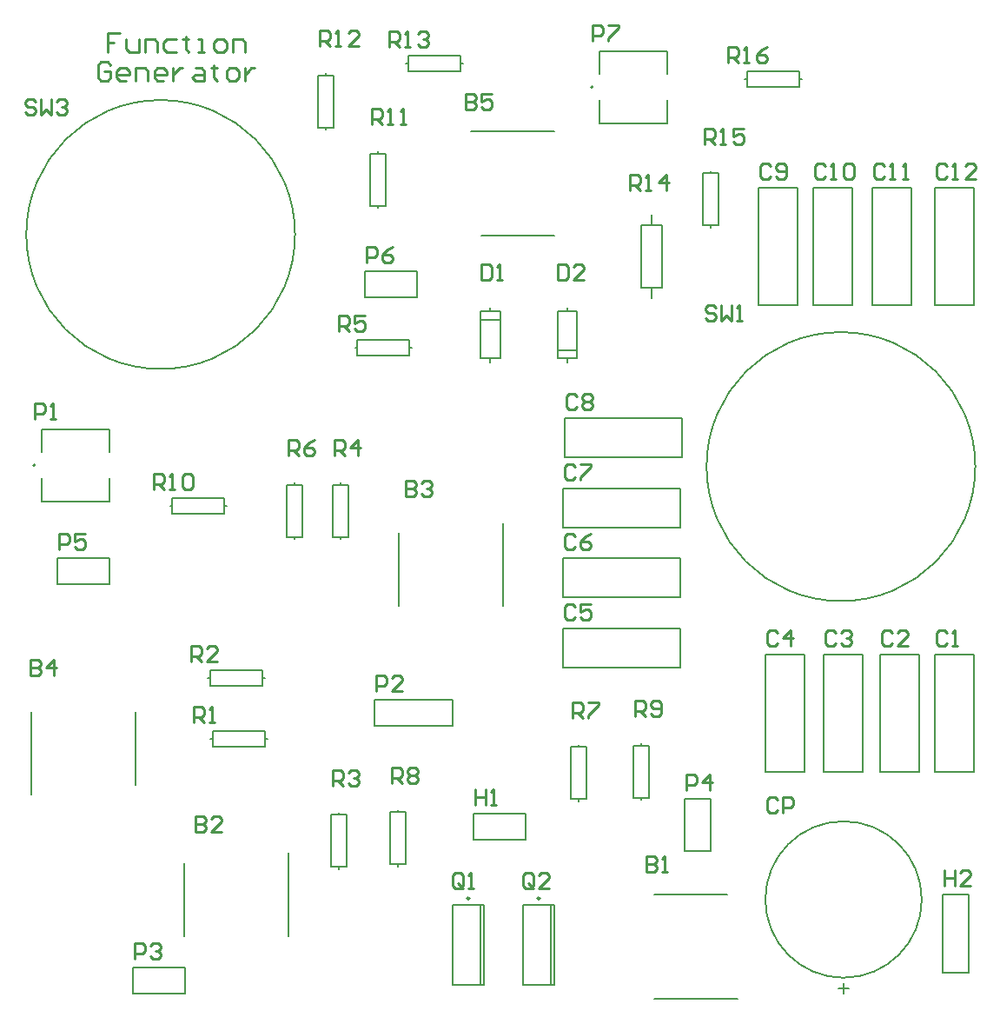
<source format=gto>
G04*
G04 #@! TF.GenerationSoftware,Altium Limited,Altium Designer,22.4.2 (48)*
G04*
G04 Layer_Color=65535*
%FSLAX25Y25*%
%MOIN*%
G70*
G04*
G04 #@! TF.SameCoordinates,0208FD7A-64DB-45E4-85D5-A9DD0F7FCACB*
G04*
G04*
G04 #@! TF.FilePolarity,Positive*
G04*
G01*
G75*
%ADD10C,0.00787*%
%ADD11C,0.00984*%
%ADD12C,0.00500*%
%ADD13C,0.01000*%
%ADD14C,0.00591*%
D10*
X119055Y310000D02*
G03*
X119055Y310000I-51555J0D01*
G01*
X359500Y55000D02*
G03*
X359500Y55000I-30000J0D01*
G01*
X380055Y221000D02*
G03*
X380055Y221000I-51555J0D01*
G01*
X233394Y366500D02*
G03*
X233394Y366500I-394J0D01*
G01*
X19394Y221500D02*
G03*
X19394Y221500I-394J0D01*
G01*
X190504Y309500D02*
X218496D01*
X186587Y349500D02*
X218496D01*
X199000Y167504D02*
Y199413D01*
X159000Y167504D02*
Y195496D01*
X257004Y17000D02*
X288913D01*
X257004Y57000D02*
X284996D01*
X116500Y40874D02*
Y72783D01*
X76500Y40874D02*
Y68866D01*
X58000Y99004D02*
Y126996D01*
X18000Y95087D02*
Y126996D01*
X252000Y313500D02*
X260000D01*
Y289500D02*
Y313500D01*
X252000Y289500D02*
X260000D01*
X252000D02*
Y313500D01*
X256000D02*
Y317500D01*
Y285500D02*
Y289500D01*
X136500Y214000D02*
Y214900D01*
Y193100D02*
Y194000D01*
Y214000D02*
X139500D01*
Y194000D02*
Y214000D01*
X133500Y194000D02*
X139500D01*
X133500D02*
Y214000D01*
X136500D01*
X163000Y266500D02*
X163900D01*
X142100D02*
X143000D01*
X163000Y263500D02*
Y266500D01*
X143000Y263500D02*
X163000D01*
X143000D02*
Y269500D01*
X163000D01*
Y266500D02*
Y269500D01*
X364500Y283000D02*
Y328000D01*
Y283000D02*
X379500D01*
Y328000D01*
X364500D02*
X379500D01*
X312500Y369500D02*
X313400D01*
X291600D02*
X292500D01*
X312500Y366500D02*
Y369500D01*
X292500Y366500D02*
X312500D01*
X292500D02*
Y372500D01*
X312500D01*
Y369500D02*
Y372500D01*
X268500Y73500D02*
Y93500D01*
Y73500D02*
X278500D01*
Y93500D01*
X268500D02*
X278500D01*
X149500Y121500D02*
Y131500D01*
X179500D01*
Y121500D02*
Y131500D01*
X149500Y121500D02*
X179500D01*
X252000Y93100D02*
Y94000D01*
Y114000D02*
Y114900D01*
X249000Y94000D02*
X252000D01*
X249000D02*
Y114000D01*
X255000D01*
Y94000D02*
Y114000D01*
X252000Y94000D02*
X255000D01*
X92000Y206000D02*
X92900D01*
X71100D02*
X72000D01*
X92000Y203000D02*
Y206000D01*
X72000Y203000D02*
X92000D01*
X72000D02*
Y209000D01*
X92000D01*
Y206000D02*
Y209000D01*
X86600Y116500D02*
X87500D01*
X107500D02*
X108400D01*
X87500D02*
Y119500D01*
X107500D01*
Y113500D02*
Y119500D01*
X87500Y113500D02*
X107500D01*
X87500D02*
Y116500D01*
X179634Y52854D02*
X191445D01*
X179634Y22146D02*
X191445D01*
X179634D02*
Y52854D01*
X191445Y22146D02*
Y52854D01*
X190224Y22146D02*
Y52854D01*
X187500Y88000D02*
X207500D01*
X187500Y78000D02*
Y88000D01*
Y78000D02*
X207500D01*
Y88000D01*
X364500Y149000D02*
X379500D01*
Y104000D02*
Y149000D01*
X364500Y104000D02*
X379500D01*
X364500D02*
Y149000D01*
X343500D02*
X358500D01*
Y104000D02*
Y149000D01*
X343500Y104000D02*
X358500D01*
X343500D02*
Y149000D01*
X322000D02*
X337000D01*
Y104000D02*
Y149000D01*
X322000Y104000D02*
X337000D01*
X322000D02*
Y149000D01*
X299500D02*
X314500D01*
Y104000D02*
Y149000D01*
X299500Y104000D02*
X314500D01*
X299500D02*
Y149000D01*
X28000Y176000D02*
Y186000D01*
X48000D01*
Y176000D02*
Y186000D01*
X28000Y176000D02*
X48000D01*
X217224Y22146D02*
Y52854D01*
X218445Y22146D02*
Y52854D01*
X206634Y22146D02*
Y52854D01*
Y22146D02*
X218445D01*
X206634Y52854D02*
X218445D01*
X377500Y27000D02*
Y57000D01*
X367500D02*
X377500D01*
X367500Y27000D02*
Y57000D01*
Y27000D02*
X377500D01*
X77000Y19000D02*
Y29000D01*
X57000Y19000D02*
X77000D01*
X57000D02*
Y29000D01*
X77000D01*
X136000Y67500D02*
X139000D01*
Y87500D01*
X133000D02*
X139000D01*
X133000Y67500D02*
Y87500D01*
Y67500D02*
X136000D01*
Y87500D02*
Y88400D01*
Y66600D02*
Y67500D01*
X166000Y286000D02*
Y296000D01*
X146000Y286000D02*
X166000D01*
X146000D02*
Y296000D01*
X166000D01*
X194000Y260949D02*
Y262524D01*
Y280476D02*
Y282051D01*
X190634Y277406D02*
X197366D01*
X190240Y280476D02*
X197760D01*
X190240Y262524D02*
Y280476D01*
Y262524D02*
X197760D01*
Y280476D01*
X119000Y194000D02*
X122000D01*
Y214000D01*
X116000D02*
X122000D01*
X116000Y194000D02*
Y214000D01*
Y194000D02*
X119000D01*
Y214000D02*
Y214900D01*
Y193100D02*
Y194000D01*
X151000Y321000D02*
X154000D01*
Y341000D01*
X148000D02*
X154000D01*
X148000Y321000D02*
Y341000D01*
Y321000D02*
X151000D01*
Y341000D02*
Y341900D01*
Y320100D02*
Y321000D01*
X223500Y280476D02*
Y282051D01*
Y260949D02*
Y262524D01*
X220134Y265594D02*
X226866D01*
X219740Y262524D02*
X227260D01*
Y280476D01*
X219740D02*
X227260D01*
X219740Y262524D02*
Y280476D01*
X106500Y140000D02*
Y143000D01*
X86500D02*
X106500D01*
X86500Y137000D02*
Y143000D01*
Y137000D02*
X106500D01*
Y140000D01*
X85600D02*
X86500D01*
X106500D02*
X107400D01*
X182500Y375500D02*
Y378500D01*
X162500D02*
X182500D01*
X162500Y372500D02*
Y378500D01*
Y372500D02*
X182500D01*
Y375500D01*
X161600D02*
X162500D01*
X182500D02*
X183400D01*
X297000Y328000D02*
X312000D01*
Y283000D02*
Y328000D01*
X297000Y283000D02*
X312000D01*
X297000D02*
Y328000D01*
X128000Y371000D02*
X131000D01*
X128000Y351000D02*
Y371000D01*
Y351000D02*
X134000D01*
Y371000D01*
X131000D02*
X134000D01*
X131000Y350100D02*
Y351000D01*
Y371000D02*
Y371900D01*
X275500Y333500D02*
X278500D01*
X275500Y313500D02*
Y333500D01*
Y313500D02*
X281500D01*
Y333500D01*
X278500D02*
X281500D01*
X278500Y312600D02*
Y313500D01*
Y333500D02*
Y334400D01*
X318000Y328000D02*
X333000D01*
Y283000D02*
Y328000D01*
X318000Y283000D02*
X333000D01*
X318000D02*
Y328000D01*
X158500Y68500D02*
X161500D01*
Y88500D01*
X155500D02*
X161500D01*
X155500Y68500D02*
Y88500D01*
Y68500D02*
X158500D01*
Y88500D02*
Y89400D01*
Y67600D02*
Y68500D01*
X225000Y113500D02*
X228000D01*
X225000Y93500D02*
Y113500D01*
Y93500D02*
X231000D01*
Y113500D01*
X228000D02*
X231000D01*
X228000Y92600D02*
Y93500D01*
Y113500D02*
Y114400D01*
X340500Y328000D02*
X355500D01*
Y283000D02*
Y328000D01*
X340500Y283000D02*
X355500D01*
X340500D02*
Y328000D01*
X222000Y144000D02*
Y159000D01*
X267000D01*
Y144000D02*
Y159000D01*
X222000Y144000D02*
X267000D01*
X222000Y170833D02*
Y185833D01*
X267000D01*
Y170833D02*
Y185833D01*
X222000Y170833D02*
X267000D01*
X222000Y197667D02*
Y212667D01*
X267000D01*
Y197667D02*
Y212667D01*
X222000Y197667D02*
X267000D01*
X222500Y224500D02*
Y239500D01*
X267500D01*
Y224500D02*
Y239500D01*
X222500Y224500D02*
X267500D01*
D11*
X185992Y55413D02*
G03*
X185992Y55413I-492J0D01*
G01*
X212992D02*
G03*
X212992Y55413I-492J0D01*
G01*
D12*
X236008Y352642D02*
Y361638D01*
Y371638D02*
Y380161D01*
X261992D01*
Y371638D02*
Y380161D01*
Y352642D02*
Y361638D01*
X236008Y352602D02*
X261992D01*
X22008Y207642D02*
Y216638D01*
Y226638D02*
Y235161D01*
X47992D01*
Y226638D02*
Y235161D01*
Y207642D02*
Y216638D01*
X22008Y207602D02*
X47992D01*
D13*
X51869Y387263D02*
X47062D01*
Y383658D01*
X49466D01*
X47062D01*
Y380052D01*
X54273Y384859D02*
Y381254D01*
X55474Y380052D01*
X59079D01*
Y384859D01*
X61483Y380052D02*
Y384859D01*
X65088D01*
X66290Y383658D01*
Y380052D01*
X73500Y384859D02*
X69895D01*
X68693Y383658D01*
Y381254D01*
X69895Y380052D01*
X73500D01*
X77105Y386061D02*
Y384859D01*
X75903D01*
X78307D01*
X77105D01*
Y381254D01*
X78307Y380052D01*
X81912D02*
X84315D01*
X83114D01*
Y384859D01*
X81912D01*
X89122Y380052D02*
X91526D01*
X92727Y381254D01*
Y383658D01*
X91526Y384859D01*
X89122D01*
X87920Y383658D01*
Y381254D01*
X89122Y380052D01*
X95131D02*
Y384859D01*
X98736D01*
X99938Y383658D01*
Y380052D01*
X48264Y375009D02*
X47062Y376210D01*
X44659D01*
X43457Y375009D01*
Y370202D01*
X44659Y369000D01*
X47062D01*
X48264Y370202D01*
Y372605D01*
X45861D01*
X54273Y369000D02*
X51869D01*
X50668Y370202D01*
Y372605D01*
X51869Y373807D01*
X54273D01*
X55474Y372605D01*
Y371403D01*
X50668D01*
X57878Y369000D02*
Y373807D01*
X61483D01*
X62685Y372605D01*
Y369000D01*
X68693D02*
X66290D01*
X65088Y370202D01*
Y372605D01*
X66290Y373807D01*
X68693D01*
X69895Y372605D01*
Y371403D01*
X65088D01*
X72298Y373807D02*
Y369000D01*
Y371403D01*
X73500Y372605D01*
X74702Y373807D01*
X75903D01*
X80710D02*
X83114D01*
X84315Y372605D01*
Y369000D01*
X80710D01*
X79509Y370202D01*
X80710Y371403D01*
X84315D01*
X87920Y375009D02*
Y373807D01*
X86719D01*
X89122D01*
X87920D01*
Y370202D01*
X89122Y369000D01*
X93929D02*
X96333D01*
X97534Y370202D01*
Y372605D01*
X96333Y373807D01*
X93929D01*
X92727Y372605D01*
Y370202D01*
X93929Y369000D01*
X99938Y373807D02*
Y369000D01*
Y371403D01*
X101139Y372605D01*
X102341Y373807D01*
X103543D01*
X184502Y363999D02*
Y358001D01*
X187501D01*
X188500Y359001D01*
Y360000D01*
X187501Y361000D01*
X184502D01*
X187501D01*
X188500Y362000D01*
Y362999D01*
X187501Y363999D01*
X184502D01*
X194498D02*
X190500D01*
Y361000D01*
X192499Y362000D01*
X193499D01*
X194498Y361000D01*
Y359001D01*
X193499Y358001D01*
X191499D01*
X190500Y359001D01*
X161502Y215499D02*
Y209501D01*
X164501D01*
X165500Y210501D01*
Y211500D01*
X164501Y212500D01*
X161502D01*
X164501D01*
X165500Y213500D01*
Y214499D01*
X164501Y215499D01*
X161502D01*
X167500Y214499D02*
X168499Y215499D01*
X170499D01*
X171498Y214499D01*
Y213500D01*
X170499Y212500D01*
X169499D01*
X170499D01*
X171498Y211500D01*
Y210501D01*
X170499Y209501D01*
X168499D01*
X167500Y210501D01*
X254001Y71499D02*
Y65501D01*
X257000D01*
X258000Y66501D01*
Y67500D01*
X257000Y68500D01*
X254001D01*
X257000D01*
X258000Y69500D01*
Y70499D01*
X257000Y71499D01*
X254001D01*
X259999Y65501D02*
X261999D01*
X260999D01*
Y71499D01*
X259999Y70499D01*
X81002Y86999D02*
Y81001D01*
X84001D01*
X85000Y82001D01*
Y83000D01*
X84001Y84000D01*
X81002D01*
X84001D01*
X85000Y85000D01*
Y85999D01*
X84001Y86999D01*
X81002D01*
X90998Y81001D02*
X87000D01*
X90998Y85000D01*
Y85999D01*
X89999Y86999D01*
X87999D01*
X87000Y85999D01*
X17502Y146999D02*
Y141001D01*
X20501D01*
X21500Y142001D01*
Y143000D01*
X20501Y144000D01*
X17502D01*
X20501D01*
X21500Y145000D01*
Y145999D01*
X20501Y146999D01*
X17502D01*
X26499Y141001D02*
Y146999D01*
X23500Y144000D01*
X27498D01*
X19501Y360999D02*
X18502Y361999D01*
X16502D01*
X15503Y360999D01*
Y360000D01*
X16502Y359000D01*
X18502D01*
X19501Y358000D01*
Y357001D01*
X18502Y356001D01*
X16502D01*
X15503Y357001D01*
X21501Y361999D02*
Y356001D01*
X23500Y358000D01*
X25499Y356001D01*
Y361999D01*
X27499Y360999D02*
X28498Y361999D01*
X30498D01*
X31497Y360999D01*
Y360000D01*
X30498Y359000D01*
X29498D01*
X30498D01*
X31497Y358000D01*
Y357001D01*
X30498Y356001D01*
X28498D01*
X27499Y357001D01*
X280599Y281898D02*
X279599Y282898D01*
X277600D01*
X276600Y281898D01*
Y280899D01*
X277600Y279899D01*
X279599D01*
X280599Y278899D01*
Y277900D01*
X279599Y276900D01*
X277600D01*
X276600Y277900D01*
X282598Y282898D02*
Y276900D01*
X284597Y278899D01*
X286597Y276900D01*
Y282898D01*
X288596Y276900D02*
X290596D01*
X289596D01*
Y282898D01*
X288596Y281898D01*
X285300Y375900D02*
Y381898D01*
X288299D01*
X289299Y380898D01*
Y378899D01*
X288299Y377899D01*
X285300D01*
X287299D02*
X289299Y375900D01*
X291298D02*
X293297D01*
X292298D01*
Y381898D01*
X291298Y380898D01*
X300295Y381898D02*
X298296Y380898D01*
X296296Y378899D01*
Y376900D01*
X297296Y375900D01*
X299295D01*
X300295Y376900D01*
Y377899D01*
X299295Y378899D01*
X296296D01*
X276100Y344700D02*
Y350698D01*
X279099D01*
X280099Y349698D01*
Y347699D01*
X279099Y346699D01*
X276100D01*
X278099D02*
X280099Y344700D01*
X282098D02*
X284097D01*
X283098D01*
Y350698D01*
X282098Y349698D01*
X291095Y350698D02*
X287096D01*
Y347699D01*
X289096Y348699D01*
X290095D01*
X291095Y347699D01*
Y345700D01*
X290095Y344700D01*
X288096D01*
X287096Y345700D01*
X247502Y327001D02*
Y332999D01*
X250501D01*
X251501Y331999D01*
Y330000D01*
X250501Y329000D01*
X247502D01*
X249502D02*
X251501Y327001D01*
X253501D02*
X255500D01*
X254500D01*
Y332999D01*
X253501Y331999D01*
X261498Y327001D02*
Y332999D01*
X258499Y330000D01*
X262498D01*
X155300Y381900D02*
Y387898D01*
X158299D01*
X159299Y386898D01*
Y384899D01*
X158299Y383899D01*
X155300D01*
X157299D02*
X159299Y381900D01*
X161298D02*
X163297D01*
X162298D01*
Y387898D01*
X161298Y386898D01*
X166296D02*
X167296Y387898D01*
X169296D01*
X170295Y386898D01*
Y385899D01*
X169296Y384899D01*
X168296D01*
X169296D01*
X170295Y383899D01*
Y382900D01*
X169296Y381900D01*
X167296D01*
X166296Y382900D01*
X128600Y382200D02*
Y388198D01*
X131599D01*
X132599Y387198D01*
Y385199D01*
X131599Y384199D01*
X128600D01*
X130599D02*
X132599Y382200D01*
X134598D02*
X136597D01*
X135598D01*
Y388198D01*
X134598Y387198D01*
X143595Y382200D02*
X139596D01*
X143595Y386199D01*
Y387198D01*
X142596Y388198D01*
X140596D01*
X139596Y387198D01*
X148600Y352200D02*
Y358198D01*
X151599D01*
X152599Y357198D01*
Y355199D01*
X151599Y354199D01*
X148600D01*
X150599D02*
X152599Y352200D01*
X154598D02*
X156597D01*
X155598D01*
Y358198D01*
X154598Y357198D01*
X159596Y352200D02*
X161596D01*
X160596D01*
Y358198D01*
X159596Y357198D01*
X64800Y212400D02*
Y218398D01*
X67799D01*
X68799Y217398D01*
Y215399D01*
X67799Y214399D01*
X64800D01*
X66799D02*
X68799Y212400D01*
X70798D02*
X72797D01*
X71798D01*
Y218398D01*
X70798Y217398D01*
X75796D02*
X76796Y218398D01*
X78795D01*
X79795Y217398D01*
Y213400D01*
X78795Y212400D01*
X76796D01*
X75796Y213400D01*
Y217398D01*
X249600Y125200D02*
Y131198D01*
X252599D01*
X253599Y130198D01*
Y128199D01*
X252599Y127199D01*
X249600D01*
X251599D02*
X253599Y125200D01*
X255598Y126200D02*
X256598Y125200D01*
X258597D01*
X259597Y126200D01*
Y130198D01*
X258597Y131198D01*
X256598D01*
X255598Y130198D01*
Y129199D01*
X256598Y128199D01*
X259597D01*
X156100Y99700D02*
Y105698D01*
X159099D01*
X160099Y104698D01*
Y102699D01*
X159099Y101699D01*
X156100D01*
X158099D02*
X160099Y99700D01*
X162098Y104698D02*
X163098Y105698D01*
X165097D01*
X166097Y104698D01*
Y103699D01*
X165097Y102699D01*
X166097Y101699D01*
Y100700D01*
X165097Y99700D01*
X163098D01*
X162098Y100700D01*
Y101699D01*
X163098Y102699D01*
X162098Y103699D01*
Y104698D01*
X163098Y102699D02*
X165097D01*
X225600Y124700D02*
Y130698D01*
X228599D01*
X229599Y129698D01*
Y127699D01*
X228599Y126699D01*
X225600D01*
X227599D02*
X229599Y124700D01*
X231598Y130698D02*
X235597D01*
Y129698D01*
X231598Y125700D01*
Y124700D01*
X116600Y225200D02*
Y231198D01*
X119599D01*
X120599Y230198D01*
Y228199D01*
X119599Y227199D01*
X116600D01*
X118599D02*
X120599Y225200D01*
X126597Y231198D02*
X124597Y230198D01*
X122598Y228199D01*
Y226200D01*
X123598Y225200D01*
X125597D01*
X126597Y226200D01*
Y227199D01*
X125597Y228199D01*
X122598D01*
X135800Y272900D02*
Y278898D01*
X138799D01*
X139799Y277898D01*
Y275899D01*
X138799Y274899D01*
X135800D01*
X137799D02*
X139799Y272900D01*
X145797Y278898D02*
X141798D01*
Y275899D01*
X143797Y276899D01*
X144797D01*
X145797Y275899D01*
Y273900D01*
X144797Y272900D01*
X142798D01*
X141798Y273900D01*
X134100Y225200D02*
Y231198D01*
X137099D01*
X138099Y230198D01*
Y228199D01*
X137099Y227199D01*
X134100D01*
X136099D02*
X138099Y225200D01*
X143097D02*
Y231198D01*
X140098Y228199D01*
X144097D01*
X133600Y98700D02*
Y104698D01*
X136599D01*
X137599Y103698D01*
Y101699D01*
X136599Y100699D01*
X133600D01*
X135599D02*
X137599Y98700D01*
X139598Y103698D02*
X140598Y104698D01*
X142597D01*
X143597Y103698D01*
Y102699D01*
X142597Y101699D01*
X141597D01*
X142597D01*
X143597Y100699D01*
Y99700D01*
X142597Y98700D01*
X140598D01*
X139598Y99700D01*
X79300Y146400D02*
Y152398D01*
X82299D01*
X83299Y151398D01*
Y149399D01*
X82299Y148399D01*
X79300D01*
X81299D02*
X83299Y146400D01*
X89297D02*
X85298D01*
X89297Y150399D01*
Y151398D01*
X88297Y152398D01*
X86298D01*
X85298Y151398D01*
X80300Y122900D02*
Y128898D01*
X83299D01*
X84299Y127898D01*
Y125899D01*
X83299Y124899D01*
X80300D01*
X82299D02*
X84299Y122900D01*
X86298D02*
X88297D01*
X87298D01*
Y128898D01*
X86298Y127898D01*
X210599Y60400D02*
Y64398D01*
X209599Y65398D01*
X207600D01*
X206600Y64398D01*
Y60400D01*
X207600Y59400D01*
X209599D01*
X208599Y61399D02*
X210599Y59400D01*
X209599D02*
X210599Y60400D01*
X216597Y59400D02*
X212598D01*
X216597Y63399D01*
Y64398D01*
X215597Y65398D01*
X213598D01*
X212598Y64398D01*
X183599Y60400D02*
Y64398D01*
X182599Y65398D01*
X180600D01*
X179600Y64398D01*
Y60400D01*
X180600Y59400D01*
X182599D01*
X181599Y61399D02*
X183599Y59400D01*
X182599D02*
X183599Y60400D01*
X185598Y59400D02*
X187597D01*
X186598D01*
Y65398D01*
X185598Y64398D01*
X233200Y384200D02*
Y390198D01*
X236199D01*
X237199Y389198D01*
Y387199D01*
X236199Y386199D01*
X233200D01*
X239198Y390198D02*
X243197D01*
Y389198D01*
X239198Y385200D01*
Y384200D01*
X146600Y299400D02*
Y305398D01*
X149599D01*
X150599Y304398D01*
Y302399D01*
X149599Y301399D01*
X146600D01*
X156597Y305398D02*
X154597Y304398D01*
X152598Y302399D01*
Y300400D01*
X153598Y299400D01*
X155597D01*
X156597Y300400D01*
Y301399D01*
X155597Y302399D01*
X152598D01*
X28600Y189400D02*
Y195398D01*
X31599D01*
X32599Y194398D01*
Y192399D01*
X31599Y191399D01*
X28600D01*
X38597Y195398D02*
X34598D01*
Y192399D01*
X36597Y193399D01*
X37597D01*
X38597Y192399D01*
Y190400D01*
X37597Y189400D01*
X35598D01*
X34598Y190400D01*
X269100Y96900D02*
Y102898D01*
X272099D01*
X273099Y101898D01*
Y99899D01*
X272099Y98899D01*
X269100D01*
X278097Y96900D02*
Y102898D01*
X275098Y99899D01*
X279097D01*
X57600Y32400D02*
Y38398D01*
X60599D01*
X61599Y37398D01*
Y35399D01*
X60599Y34399D01*
X57600D01*
X63598Y37398D02*
X64598Y38398D01*
X66597D01*
X67597Y37398D01*
Y36399D01*
X66597Y35399D01*
X65597D01*
X66597D01*
X67597Y34399D01*
Y33400D01*
X66597Y32400D01*
X64598D01*
X63598Y33400D01*
X150100Y134900D02*
Y140898D01*
X153099D01*
X154099Y139898D01*
Y137899D01*
X153099Y136899D01*
X150100D01*
X160097Y134900D02*
X156098D01*
X160097Y138899D01*
Y139898D01*
X159097Y140898D01*
X157098D01*
X156098Y139898D01*
X19200Y239200D02*
Y245198D01*
X22199D01*
X23199Y244198D01*
Y242199D01*
X22199Y241199D01*
X19200D01*
X25198Y239200D02*
X27197D01*
X26198D01*
Y245198D01*
X25198Y244198D01*
X368100Y66398D02*
Y60400D01*
Y63399D01*
X372099D01*
Y66398D01*
Y60400D01*
X378097D02*
X374098D01*
X378097Y64399D01*
Y65398D01*
X377097Y66398D01*
X375098D01*
X374098Y65398D01*
X188100Y97398D02*
Y91400D01*
Y94399D01*
X192099D01*
Y97398D01*
Y91400D01*
X194098D02*
X196097D01*
X195098D01*
Y97398D01*
X194098Y96398D01*
X220000Y298698D02*
Y292700D01*
X222999D01*
X223999Y293700D01*
Y297698D01*
X222999Y298698D01*
X220000D01*
X229997Y292700D02*
X225998D01*
X229997Y296699D01*
Y297698D01*
X228997Y298698D01*
X226998D01*
X225998Y297698D01*
X190500Y298698D02*
Y292700D01*
X193499D01*
X194499Y293700D01*
Y297698D01*
X193499Y298698D01*
X190500D01*
X196498Y292700D02*
X198497D01*
X197498D01*
Y298698D01*
X196498Y297698D01*
X304099Y93398D02*
X303099Y94398D01*
X301100D01*
X300100Y93398D01*
Y89400D01*
X301100Y88400D01*
X303099D01*
X304099Y89400D01*
X306098Y88400D02*
Y94398D01*
X309097D01*
X310097Y93398D01*
Y91399D01*
X309097Y90399D01*
X306098D01*
X369099Y336398D02*
X368099Y337398D01*
X366100D01*
X365100Y336398D01*
Y332400D01*
X366100Y331400D01*
X368099D01*
X369099Y332400D01*
X371098Y331400D02*
X373097D01*
X372098D01*
Y337398D01*
X371098Y336398D01*
X380095Y331400D02*
X376096D01*
X380095Y335399D01*
Y336398D01*
X379096Y337398D01*
X377096D01*
X376096Y336398D01*
X345099D02*
X344099Y337398D01*
X342100D01*
X341100Y336398D01*
Y332400D01*
X342100Y331400D01*
X344099D01*
X345099Y332400D01*
X347098Y331400D02*
X349097D01*
X348098D01*
Y337398D01*
X347098Y336398D01*
X352096Y331400D02*
X354096D01*
X353096D01*
Y337398D01*
X352096Y336398D01*
X322599D02*
X321599Y337398D01*
X319600D01*
X318600Y336398D01*
Y332400D01*
X319600Y331400D01*
X321599D01*
X322599Y332400D01*
X324598Y331400D02*
X326597D01*
X325598D01*
Y337398D01*
X324598Y336398D01*
X329596D02*
X330596Y337398D01*
X332595D01*
X333595Y336398D01*
Y332400D01*
X332595Y331400D01*
X330596D01*
X329596Y332400D01*
Y336398D01*
X301599D02*
X300599Y337398D01*
X298600D01*
X297600Y336398D01*
Y332400D01*
X298600Y331400D01*
X300599D01*
X301599Y332400D01*
X303598D02*
X304598Y331400D01*
X306597D01*
X307597Y332400D01*
Y336398D01*
X306597Y337398D01*
X304598D01*
X303598Y336398D01*
Y335399D01*
X304598Y334399D01*
X307597D01*
X227099Y247898D02*
X226099Y248898D01*
X224100D01*
X223100Y247898D01*
Y243900D01*
X224100Y242900D01*
X226099D01*
X227099Y243900D01*
X229098Y247898D02*
X230098Y248898D01*
X232097D01*
X233097Y247898D01*
Y246899D01*
X232097Y245899D01*
X233097Y244899D01*
Y243900D01*
X232097Y242900D01*
X230098D01*
X229098Y243900D01*
Y244899D01*
X230098Y245899D01*
X229098Y246899D01*
Y247898D01*
X230098Y245899D02*
X232097D01*
X226599Y221065D02*
X225599Y222065D01*
X223600D01*
X222600Y221065D01*
Y217066D01*
X223600Y216067D01*
X225599D01*
X226599Y217066D01*
X228598Y222065D02*
X232597D01*
Y221065D01*
X228598Y217066D01*
Y216067D01*
X226599Y194232D02*
X225599Y195231D01*
X223600D01*
X222600Y194232D01*
Y190233D01*
X223600Y189233D01*
X225599D01*
X226599Y190233D01*
X232597Y195231D02*
X230597Y194232D01*
X228598Y192232D01*
Y190233D01*
X229598Y189233D01*
X231597D01*
X232597Y190233D01*
Y191233D01*
X231597Y192232D01*
X228598D01*
X226599Y167398D02*
X225599Y168398D01*
X223600D01*
X222600Y167398D01*
Y163400D01*
X223600Y162400D01*
X225599D01*
X226599Y163400D01*
X232597Y168398D02*
X228598D01*
Y165399D01*
X230597Y166399D01*
X231597D01*
X232597Y165399D01*
Y163400D01*
X231597Y162400D01*
X229598D01*
X228598Y163400D01*
X304099Y157398D02*
X303099Y158398D01*
X301100D01*
X300100Y157398D01*
Y153400D01*
X301100Y152400D01*
X303099D01*
X304099Y153400D01*
X309097Y152400D02*
Y158398D01*
X306098Y155399D01*
X310097D01*
X326599Y157398D02*
X325599Y158398D01*
X323600D01*
X322600Y157398D01*
Y153400D01*
X323600Y152400D01*
X325599D01*
X326599Y153400D01*
X328598Y157398D02*
X329598Y158398D01*
X331597D01*
X332597Y157398D01*
Y156399D01*
X331597Y155399D01*
X330597D01*
X331597D01*
X332597Y154399D01*
Y153400D01*
X331597Y152400D01*
X329598D01*
X328598Y153400D01*
X348099Y157398D02*
X347099Y158398D01*
X345100D01*
X344100Y157398D01*
Y153400D01*
X345100Y152400D01*
X347099D01*
X348099Y153400D01*
X354097Y152400D02*
X350098D01*
X354097Y156399D01*
Y157398D01*
X353097Y158398D01*
X351098D01*
X350098Y157398D01*
X369099D02*
X368099Y158398D01*
X366100D01*
X365100Y157398D01*
Y153400D01*
X366100Y152400D01*
X368099D01*
X369099Y153400D01*
X371098Y152400D02*
X373097D01*
X372098D01*
Y158398D01*
X371098Y157398D01*
D14*
X329551Y22985D02*
Y19049D01*
X331519Y21017D02*
X327583D01*
M02*

</source>
